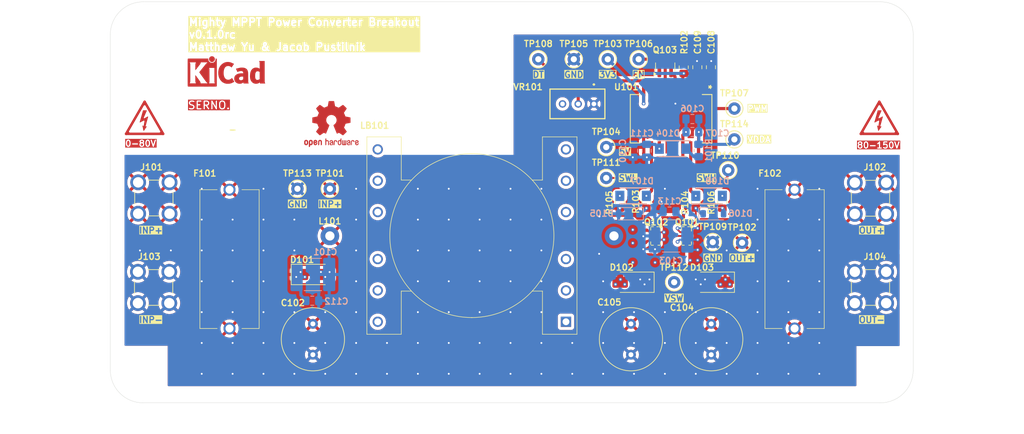
<source format=kicad_pcb>
(kicad_pcb (version 20240108) (generator "pcbnew") (generator_version "8.0")
  (title_block (title "Mighty MPPT Power Converter Breakout") (date "2024-08-27") (rev "v0.1.0rc") (comment 1 "Matthew Yu") (comment 2 "Jacob Pustilnik"))
  (layers (0 "F.Cu" mixed) (1 "In1.Cu" power) (2 "In2.Cu" power) (31 "B.Cu" mixed) (34 "B.Paste" user) (35 "F.Paste" user) (36 "B.SilkS" user "B.Silkscreen") (37 "F.SilkS" user "F.Silkscreen") (38 "B.Mask" user) (39 "F.Mask" user) (44 "Edge.Cuts" user))
  (net 0 "")
  (net 1 "/VOUT")
  (net 2 "/SWL")
  (net 3 "/SWH")
  (net 4 "GND")
  (net 5 "+3V3")
  (net 6 "/VBOOT")
  (net 7 "+5V")
  (net 8 "/VBOOT_inner")
  (net 9 "/CONV_EN")
  (net 10 "/VSW")
  (net 13 "/CONV_PWM")
  (net 16 "/VOB")
  (net 17 "Net-(D107-A)")
  (net 18 "Net-(D108-A)")
  (net 19 "/VOA")
  (net 20 "/DT")
  (net 34 "/VIN_fused")
  (net 35 "Net-(F101-Pad1)")
  (net 36 "Net-(F102-Pad2)")
  (net 37 "/DISABLE")
  (footprint "footprints:ferroxcube_CPV-PQ32_30-1S-12P-Z" (layer "F.Cu") (at 147.18 111.31 90)
    (property "Reference" "LB101")
    (property "Value" "CPV-PQ32/30-1S-12P-Z" (hide yes))
  )
  (footprint "Capacitor_THT:C_Radial_D10.0mm_H16.0mm_P5.00mm" (layer "F.Cu") (at 170.7 111.649999 -90)
    (property "Reference" "C104")
    (property "Value" "18u")
  )
  (footprint "footprints:caltest_ct3151" (layer "F.Cu") (at 80.41 105.75 -90)
    (property "Reference" "J103")
    (property "Value" "CT3151")
  )
  (footprint "Diode_SMD:D_SMA" (layer "F.Cu") (at 157.95 104.9 180)
    (property "Reference" "D102")
    (property "Value" "SMAJ150CA")
  )
  (footprint "TestPoint:TestPoint_Keystone_5000-5004_Miniature" (layer "F.Cu") (at 174.45 81.75)
    (property "Reference" "TP114")
    (property "Value" "TestPoint")
  )
  (footprint "TestPoint:TestPoint_Keystone_5000-5004_Miniature" (layer "F.Cu") (at 174.45 76.75)
    (property "Reference" "TP107")
    (property "Value" "TestPoint")
  )
  (footprint "footprints:littelfuse_65600001009" (layer "F.Cu") (at 92.7 101.15 -90)
    (property "Reference" "F101")
    (property "Value" "Fuse" (hide yes))
  )
  (footprint "Diode_SMD:D_SMA" (layer "F.Cu") (at 106.2 103.65)
    (property "Reference" "D101")
    (property "Value" "150")
  )
  (footprint "MountingHole:MountingHole_5.3mm_M5" (layer "F.Cu") (at 78.7 64.75)
    (property "Reference" "H102" (hide yes))
    (property "Value" "MountingHole")
  )
  (footprint "TestPoint:TestPoint_Keystone_5000-5004_Miniature" (layer "F.Cu") (at 153.7 83)
    (property "Reference" "TP104")
    (property "Value" "TestPoint")
  )
  (footprint "Symbol:Symbol_HighVoltage_Triangle_6x6mm_Copper" (layer "F.Cu") (at 78.95 78.25)
    (property "Reference" "REF**" (hide yes))
    (property "Value" "Symbol_HighVoltage_Triangle_6x6mm_Copper" (hide yes))
  )
  (footprint "Symbol:KiCad-Logo_5mm_Copper" (layer "F.Cu") (at 92.2 71.25)
    (property "Reference" "REF**" (hide yes))
    (property "Value" "KiCad-Logo_5mm_Copper" (hide yes))
  )
  (footprint "footprints:caltest_ct3151" (layer "F.Cu") (at 80.45 91.25 -90)
    (property "Reference" "J101")
    (property "Value" "CT3151")
  )
  (footprint "Diode_SMD:D_SMA" (layer "F.Cu") (at 170.95 104.9 180)
    (property "Reference" "D103")
    (property "Value" "150")
  )
  (footprint "TestPoint:TestPoint_Keystone_5000-5004_Miniature" (layer "F.Cu") (at 103.7 89.75)
    (property "Reference" "TP113")
    (property "Value" "TestPoint")
  )
  (footprint "Resistor_SMD:R_0805_2012Metric_Pad1.20x1.40mm_HandSolder" (layer "F.Cu") (at 168.2 91.9 -90)
    (property "Reference" "R104")
    (property "Value" "0")
  )
  (footprint "Capacitor_SMD:C_0805_2012Metric_Pad1.18x1.45mm_HandSolder" (layer "F.Cu") (at 170.65 70.05 90)
    (property "Reference" "C108")
    (property "Value" "10u")
  )
  (footprint "footprints:epc_EPC2059" (layer "F.Cu") (at 166.7 97.4 -90)
    (property "Reference" "Q101")
    (property "Value" "EPC2059")
  )
  (footprint "MountingHole:MountingHole_5.3mm_M5" (layer "F.Cu") (at 78.7 119.15)
    (property "Reference" "H101" (hide yes))
    (property "Value" "MountingHole")
  )
  (footprint "Symbol:OSHW-Logo2_9.8x8mm_Copper" (layer "F.Cu") (at 109.2 79.25)
    (property "Reference" "REF**" (hide yes))
    (property "Value" "OSHW-Logo2_9.8x8mm_Copper" (hide yes))
  )
  (footprint "TestPoint:TestPoint_Keystone_5000-5004_Miniature" (layer "F.Cu") (at 173.45 86.75 180)
    (property "Reference" "TP110")
    (property "Value" "TestPoint")
  )
  (footprint "Resistor_SMD:R_0805_2012Metric_Pad1.20x1.40mm_HandSolder" (layer "F.Cu") (at 160.2 91.9 -90)
    (property "Reference" "R103")
    (property "Value" "0")
  )
  (footprint "footprints:caltest_ct3151" (layer "F.Cu") (at 196.49 105.75 90)
    (property "Reference" "J104")
    (property "Value" "CT3151")
  )
  (footprint "MountingHole:MountingHole_5.3mm_M5" (layer "F.Cu") (at 198.1 64.75)
    (property "Reference" "H103" (hide yes))
    (property "Value" "MountingHole")
  )
  (footprint "TestPoint:TestPoint_Keystone_5000-5004_Miniature" (layer "F.Cu") (at 164.7 104.9)
    (property "Reference" "TP112")
    (property "Value" "TestPoint")
  )
  (footprint "TestPoint:TestPoint_Keystone_5000-5004_Miniature" (layer "F.Cu") (at 175.7 98.5)
    (property "Reference" "TP102")
    (property "Value" "TestPoint")
  )
  (footprint "Package_TO_SOT_SMD:SOT-23" (layer "F.Cu") (at 163.25 69.9875 90)
    (property "Reference" "Q103")
    (property "Value" "BSS127S")
  )
  (footprint "footprints:littelfuse_65600001009" (layer "F.Cu") (at 184.2 101.15 90)
    (property "Reference" "F102")
    (property "Value" "Fuse" (hide yes))
  )
  (footprint "TestPoint:TestPoint_Keystone_5000-5004_Miniature" (layer "F.Cu") (at 108.95 89.75)
    (property "Reference" "TP101")
    (property "Value" "TestPoint")
  )
  (footprint "Capacitor_THT:C_Radial_D10.0mm_H16.0mm_P5.00mm" (layer "F.Cu") (at 157.7 111.649999 -90)
    (property "Reference" "C105")
    (property "Value" "18u")
  )
  (footprint "TestPoint:TestPoint_Keystone_5000-5004_Miniature" (layer "F.Cu") (at 148.45 68.75)
    (property "Reference" "TP105")
    (property "Value" "TestPoint")
  )
  (footprint "footprints:epc_EPC2059" (layer "F.Cu") (at 161.7 97.4 -90)
    (property "Reference" "Q102")
    (property "Value" "EPC2059")
  )
  (footprint "TestPoint:TestPoint_Keystone_5000-5004_Miniature" (layer "F.Cu") (at 158.95 68.75)
    (property "Reference" "TP106")
    (property "Value" "TestPoint")
  )
  (footprint "Resistor_SMD:R_0805_2012Metric_Pad1.20x1.40mm_HandSolder" (layer "F.Cu") (at 166.25 70.05 90)
    (property "Reference" "R102")
    (property "Value" "10k")
  )
  (footprint "footprints:ad_ADUM4221_1ARIZ" (layer "F.Cu") (at 164.2 78.4 -90)
    (property "Reference" "U101")
    (property "Value" "ADUM4221-1ARIZ")
  )
  (footprint "TestPoint:TestPoint_Keystone_5000-5004_Miniature" (layer "F.Cu") (at 153.95 68.75)
    (property "Reference" "TP103")
    (property "Value" "TestPoint")
  )
  (footprint "footprints:caltest_ct3151" (layer "F.Cu") (at 196.49 91.29 90)
    (property "Reference" "J102")
    (property "Value" "CT3151")
  )
  (footprint "TestPoint:TestPoint_Keystone_5000-5004_Miniature" (layer "F.Cu") (at 153.7 88)
    (property "Reference" "TP111")
    (property "Value" "TestPoint")
  )
  (footprint "Resistor_SMD:R_0805_2012Metric_Pad1.20x1.40mm_HandSolder" (layer "F.Cu") (at 172.5 91.9 -90)
    (property "Reference" "R106")
    (property "Value" "0")
  )
  (footprint "TestPoint:TestPoint_Keystone_5000-5004_Miniature" (layer "F.Cu") (at 142.7 68.75)
    (property "Reference" "TP108")
    (property "Value" "TestPoint")
  )
  (footprint "footprints:ferroxcube_PQ32_30_3C97_wire" (layer "F.Cu") (at 108.95 97.4)
    (property "Reference" "L101")
    (property "Value" "L_Ferrite")
  )
  (footprint "Capacitor_SMD:C_0805_2012Metric_Pad1.18x1.45mm_HandSolder" (layer "F.Cu") (at 168.45 70.05 90)
    (property "Reference" "C109")
    (property "Value" "100n")
  )
  (footprint "Capacitor_THT:C_Radial_D10.0mm_H16.0mm_P5.00mm" (layer "F.Cu") (at 106.2 111.65 -90)
    (property "Reference" "C102")
    (property "Value" "18u")
  )
  (footprint "MountingHole:MountingHole_5.3mm_M5" (layer "F.Cu") (at 198.1 119.15)
    (property "Reference" "H104" (hide yes))
    (property "Value" "MountingHole")
  )
  (footprint "Resistor_SMD:R_0805_2012Metric_Pad1.20x1.40mm_HandSolder" (layer "F.Cu") (at 155.9 91.9 -90)
    (property "Reference" "R105")
    (property "Value" "0")
  )
  (footprint "TestPoint:TestPoint_Keystone_5000-5004_Miniature" (layer "F.Cu") (at 170.95 98.4)
    (property "Reference" "TP109")
    (property "Value" "TestPoint")
  )
  (footprint "Symbol:Symbol_HighVoltage_Triangle_6x6mm_Copper" (layer "F.Cu") (at 197.919017 78.25)
    (property "Reference" "REF**" (hide yes))
    (property "Value" "Symbol_HighVoltage_Triangle_6x6mm_Copper" (hide yes))
  )
  (footprint "footprints:bourns_PV36W201C01B00" (layer "F.Cu") (at 151.7 76 90)
    (property "Reference" "VR101")
    (property "Value" "PV36W104C01B00" (hide yes))
  )
  (footprint "footprints:stm_STPS1170AF" (layer "B.Cu") (at 164.45 83.25 180)
    (property "Reference" "D104")
    (property "Value" "0.55" (hide yes))
  )
  (footprint "footprints:stm_STPS1170AF" (layer "B.Cu") (at 158.05 90.9 180)
    (property "Reference" "D107")
    (property "Value" "0.55" (hide yes))
  )
  (footprint "Diode_SMD:D_SOD-123" (layer "B.Cu") (at 171.05 93.8)
    (property "Reference" "D106")
    (property "Value" "5.1")
  )
  (footprint "Capacitor_SMD:C_0805_2012Metric_Pad1.18x1.45mm_HandSolder" (layer "B.Cu") (at 163.95 93.45 180)
    (property "Reference" "C113")
    (property "Value" "100n")
  )
  (footprint "footprints:stm_STPS1170AF" (layer "B.Cu") (at 170.35 90.9)
    (property "Reference" "D108")
    (property "Value" "0.55" (hide yes))
  )
  (footprint "Diode_SMD:D_SOD-123" (layer "B.Cu") (at 157.35 93.8 180)
    (property "Reference" "D105")
    (property "Value" "5.1")
  )
  (footprint "Capacitor_SMD:C_0805_2012Metric_Pad1.18x1.45mm_HandSolder" (layer "B.Cu") (at 167.65 80.55 180)
    (property "Reference" "C107")
    (property "Value" "100n")
  )
  (footprint "Resistor_SMD:R_0805_2012Metric_Pad1.20x1.40mm_HandSolder" (layer "B.Cu") (at 168.65 83.55 90)
    (property "Reference" "R101")
    (property "Value" "1.5")
  )
  (footprint "Capacitor_SMD:C_0805_2012Metric_Pad1.18x1.45mm_HandSolder" (layer "B.Cu") (at 158.05 83.5875 -90)
    (property "Reference" "C110")
    (property "Value" "10u")
  )
  (footprint "Capacitor_SMD:C_0805_2012Metric_Pad1.18x1.45mm_HandSolder" (layer "B.Cu") (at 167.65 78.45 180)
    (property "Reference" "C106")
    (property "Value" "10u")
  )
  (footprint "Capacitor_SMD:C_0805_2012Metric_Pad1.18x1.45mm_HandSolder" (layer "B.Cu") (at 106.1 107.9 180)
    (property "Reference" "C112")
    (property "Value" "100n")
  )
  (footprint "Capacitor_SMD:C_2220_5750Metric_Pad1.97x5.40mm_HandSolder" (layer "B.Cu") (at 106.2 103.65)
    (property "Reference" "C101")
    (property "Value" "2.2u")
  )
  (footprint "Capacitor_SMD:C_0805_2012Metric_Pad1.18x1.45mm_HandSolder" (layer "B.Cu") (at 160.25 83.5875 -90)
    (property "Reference" "C111")
    (property "Value" "100n")
  )
  (footprint "Capacitor_SMD:C_2220_5750Metric_Pad1.97x5.40mm_HandSolder" (layer "B.Cu") (at 164.2 97.4 180)
    (property "Reference" "C103")
    (property "Value" "2.2u")
  )
  (gr_line (start 203.4 119.15) (end 203.4 64.75) (stroke (width 0.05)) (layer "Edge.Cuts"))
  (gr_line (start 73.4 64.75) (end 73.4 119.15) (stroke (width 0.05)) (layer "Edge.Cuts"))
  (gr_arc (start 73.4 64.75) (mid 74.952334 61.002334) (end 78.7 59.45) (stroke (width 0.05)) (layer "Edge.Cuts"))
  (gr_arc (start 198.1 59.45) (mid 201.847666 61.002334) (end 203.4 64.75) (stroke (width 0.05)) (layer "Edge.Cuts"))
  (gr_line (start 198.1 124.45) (end 78.7 124.45) (stroke (width 0.05)) (layer "Edge.Cuts"))
  (gr_arc (start 203.4 119.15) (mid 201.847666 122.897666) (end 198.1 124.45) (stroke (width 0.05)) (layer "Edge.Cuts"))
  (gr_arc (start 78.7 124.45) (mid 74.952334 122.897666) (end 73.4 119.15) (stroke (width 0.05)) (layer "Edge.Cuts"))
  (gr_line (start 78.7 59.45) (end 198.1 59.45) (stroke (width 0.05)) (layer "Edge.Cuts"))
  (gr_text "SERNO." (at 85.85 76.95 0) (layer "F.Cu" knockout) (effects (font (size 1.25 1.25) (thickness 0.2) (bold yes)) (justify left bottom)))
  (gr_text "0-80V" (at 75.7 83 0) (layer "F.Cu" knockout) (effects (font (size 1 1) (thickness 0.2) (bold yes)) (justify left bottom)))
  (gr_text "80-150V" (at 194.2 83.287378 0) (layer "F.Cu" knockout) (effects (font (size 1 1) (thickness 0.2) (bold yes)) (justify left bottom)))
  (gr_text "INP+" (at 108.95 92.25 0) (layer "F.SilkS" knockout) (effects (font (size 1 1) (thickness 0.2))))
  (gr_text "EN" (at 158.95 71.25 0) (layer "F.SilkS" knockout) (effects (font (size 1 1) (thickness 0.2))))
  (gr_text "SWH" (at 169.95 88 0) (layer "F.SilkS" knockout) (effects (font (size 1 1) (thickness 0.2))))
  (gr_text "DT" (at 142.7 71.25 0) (layer "F.SilkS" knockout) (effects (font (size 1 1) (thickness 0.2))))
  (gr_text "INP+" (at 79.95 96.5 0) (layer "F.SilkS" knockout) (effects (font (size 1 1) (thickness 0.2) (bold yes))))
  (gr_text "VDDA" (at 178.45 81.75 0) (layer "F.SilkS" knockout) (effects (font (size 1 1) (thickness 0.2))))
  (gr_text "Mighty MPPT Power Converter Breakout \nv0.1.0rc\nMatthew Yu & Jacob Pustilnik" (at 85.95 64.75 0) (layer "F.SilkS" knockout) (effects (font (size 1.25 1.25) (thickness 0.3) (bold yes)) (justify left)))
  (gr_text "5V" (at 156.7 83.75 0) (layer "F.SilkS" knockout) (effects (font (size 1 1) (thickness 0.2))))
  (gr_text "INP-" (at 79.95 111 0) (layer "F.SilkS" knockout) (effects (font (size 1 1) (thickness 0.2) (bold yes))))
  (gr_text "GND" (at 103.7 92.25 0) (layer "F.SilkS" knockout) (effects (font (size 1 1) (thickness 0.2))))
  (gr_text "VSW" (at 164.7 107.5 0) (layer "F.SilkS" knockout) (effects (font (size 1 1) (thickness 0.2))))
  (gr_text "SWL" (at 157.2 88 0) (layer "F.SilkS" knockout) (effects (font (size 1 1) (thickness 0.2))))
  (gr_text "-" (at 92.45 80.75 0) (layer "F.SilkS") (effects (font (size 1 1) (thickness 0.2) (bold yes)) (justify left bottom)))
  (gr_text "GND" (at 170.95 101 0) (layer "F.SilkS" knockout) (effects (font (size 1 1) (thickness 0.2))))
  (gr_text "3V3" (at 153.95 71.25 0) (layer "F.SilkS" knockout) (effects (font (size 1 1) (thickness 0.2))))
  (gr_text "*" (at 170.2 73.25 -90) (layer "F.SilkS") (effects (font (size 1 1) (thickness 0.2))))
  (gr_text "GND" (at 148.45 71.25 0) (layer "F.SilkS" knockout) (effects (font (size 1 1) (thickness 0.2))))
  (gr_text "OUT+" (at 175.7 101 0) (layer "F.SilkS" knockout) (effects (font (size 1 1) (thickness 0.2))))
  (gr_text "OUT+" (at 196.7 96.5 0) (layer "F.SilkS" knockout) (effects (font (size 1 1) (thickness 0.2) (bold yes))))
  (gr_text "OUT-" (at 196.7 111 0) (layer "F.SilkS" knockout) (effects (font (size 1 1) (thickness 0.2) (bold yes))))
  (gr_text "PWM" (at 178.2 76.75 0) (layer "F.SilkS" knockout) (effects (font (size 1 1) (thickness 0.2))))
  (segment (start 168.5 96.15) (end 167.85 96.8) (width 0.3) (layer "F.Cu") (net 1))
  (segment (start 168.5 96.15) (end 168.5 99.65) (width 0.3) (layer "F.Cu") (net 1))
  (segment (start 165.6 98) (end 165.25 98.35) (width 0.3) (layer "F.Cu") (net 1))
  (segment (start 167.85 96.8) (end 166.7 96.8) (width 0.3) (layer "F.Cu") (net 1))
  (segment (start 165.25 96.35) (end 165.7 96.8) (width 0.3) (layer "F.Cu") (net 1))
  (segment (start 165.25 96.15) (end 165.25 96.35) (width 0.3) (layer "F.Cu") (net 1))
  (segment (start 165.7 96.8) (end 166.7 96.8) (width 0.3) (layer "F.Cu") (net 1))
  (segment (start 166.7 98) (end 165.6 98) (width 0.3) (layer "F.Cu") (net 1))
  (segment (start 166.7 98) (end 167.85 98) (width 0.3) (layer "F.Cu") (net 1))
  (via (at 168.5 98) (size 0.6) (drill 0.3) (layers "F.Cu" "B.Cu") (net 1))
  (via (at 172.2 105.25) (size 0.6) (drill 0.3) (layers "F.Cu" "B.Cu") (net 1))
  (via (at 167.3 101.35) (size 0.6) (drill 0.3) (layers "F.Cu" "B.Cu") (net 1))
  (via (at 173 104.45) (size 0.6) (drill 0.3) (layers "F.Cu" "B.Cu") (net 1))
  (via (at 168.5 96.15) (size 0.6) (drill 0.3) (layers "F.Cu" "B.Cu") (net 1))
  (via (at 165.25 96.15) (size 0.6) (drill 0.3) (layers "F.Cu" "B.Cu") (net 1))
  (via (at 168.5 101.35) (size 0.6) (drill 0.3) (layers "F.Cu" "B.Cu") (net 1))
  (via (at 165.25 98.35) (size 0.6) (drill 0.3) (layers "F.Cu" "B.Cu") (net 1))
  (via (at 173.7 105.25) (size 0.6) (drill 0.3) (layers "F.Cu" "B.Cu") (net 1))
  (via (at 168.5 99.65) (size 0.6) (drill 0.3) (layers "F.Cu" "B.Cu") (net 1))
  (segment (start 168.5 99.65) (end 166.8375 99.65) (width 0.3) (layer "B.Cu") (net 1))
  (segment (start 165.25 96.15) (end 168.5 96.15) (width 0.3) (layer "B.Cu") (net 1))
  (segment (start 166.8375 95.3875) (end 166.8375 97.4) (width 0.5) (layer "B.Cu") (net 1))
  (segment (start 165.6 98) (end 168.5 98) (width 0.3) (layer "B.Cu") (net 1))
  (segment (start 167.1 96.15) (end 168.5 96.15) (width 0.3) (layer "B.Cu") (net 1))
  (segment (start 165.25 98.35) (end 165.6 98) (width 0.3) (layer "B.Cu") (net 1))
  (segment (start 164.9 93.45) (end 166.8375 95.3875) (width 0.5) (layer "B.Cu") (net 1))
  (segment (start 166.8375 99.65) (end 166.8375 97.4) (width 0.3) (layer "B.Cu") (net 1))
  (segment (start 160.2 92.9) (end 155.3 88) (width 0.3) (layer "F.Cu") (net 2))
  (segment (start 155.3 88) (end 153.7 88) (width 0.3) (layer "F.Cu") (net 2))
  (segment (start 160.2 92.9) (end 162.0875 94.7875) (width 0.3) (layer "F.Cu") (net 2))
  (segment (start 162.0875 94.7875) (end 162.0875 96.2) (width 0.3) (layer "F.Cu") (net 2))
  (via (at 160.2 92.9) (size 0.6) (drill 0.3) (layers "F.Cu" "B.Cu") (net 2))
  (segment (start 159 93.8) (end 159.3 93.8) (width 0.5) (layer "B.Cu") (net 2))
  (segment (start 159.3 93.8) (end 160.2 92.9) (width 0.5) (layer "B.Cu") (net 2))
  (segment (start 168.2 95.0875) (end 167.0875 96.2) (width 0.3) (layer "F.Cu") (net 3))
  (segment (start 173.45 86.75) (end 173.45 87.65) (width 0.3) (layer "F.Cu") (net 3))
  (segment (start 173.45 87.65) (end 168.2 92.9) (width 0.3) (layer "F.Cu") (net 3))
  (segment (start 168.2 92.9) (end 168.2 95.0875) (width 0.3) (layer "F.Cu") (net 3))
  (via (at 168.2 92.9) (size 0.6) (drill 0.3) (layers "F.Cu" "B.Cu") (net 3))
  (segment (start 169.4 93.8) (end 169.1 93.8) (width 0.5) (layer "B.Cu") (net 3))
  (segment (start 169.1 93.8) (end 168.2 92.9) (width 0.5) (layer "B.Cu") (net 3))
  (segment (start 161.3125 95.3625) (end 161.2 95.25) (width 0.3) (layer "F.Cu") (net 4))
  (segment (start 159.75 97.4) (end 159.7 97.45) (width 0.3) (layer "F.Cu") (net 4))
  (segment (start 159.755 83.0355) (end 159.755 84.695) (width 0.5) (layer "F.Cu") (net 4))
  (segment (start 161.7 98.6) (end 161.7 98.8) (width 0.3) (layer "F.Cu") (net 4))
  (segment (start 159.755 84.695) (end 159.7 84.75) (width 0.5) (layer "F.Cu") (net 4))
  (segment (start 161.15 98.6) (end 160.2 99.55) (width 0.3) (layer "F.Cu") (net 4))
  (segment (start 162 98.6) (end 161.7 98.6) (width 0.3) (layer "F.Cu") (net 4))
  (segment (start 164.2 70.925) (end 164.835 71.56) (width 0.5) (layer "F.Cu") (net 4))
  (segment (start 160.2 99.55) (end 159.7 99.55) (width 0.3) (layer "F.Cu") (net 4))
  (segment (start 160.5 99.55) (end 161.05 99.55) (width 0.3) (layer "F.Cu") (net 4))
  (segment (start 161.3125 96.2) (end 161.3125 95.3625) (width 0.3) (layer "F.Cu") (net 4))
  (segment (start 161.7 99.45) (end 161.6 99.55) (width 0.3) (layer "F.Cu") (net 4))
  (segment (start 159.7 99.55) (end 160.5 99.55) (width 0.3) (layer "F.Cu") (net 4))
  (segment (start 164.835 71.56) (end 164.835 73.7645) (width 0.5) (layer "F.Cu") (net 4))
  (segment (start 161.7 97.4) (end 159.75 97.4) (width 0.3) (layer "F.Cu") (net 4))
  (segment (start 161.7 98.8) (end 161.7 99.45) (width 0.3) (layer "F.Cu") (net 4))
  (segment (start 164.835 75.885) (end 164.9 75.95) (width 0.5) (layer "F.Cu") (net 4))
  (segment (start 159.7 99.55) (end 161.6 99.55) (width 0.3) (layer "F.Cu") (net 4))
  (segment (start 161.05 99.55) (end 162 98.6) (width 0.3) (layer "F.Cu") (net 4))
  (segment (start 160.5 99.55) (end 161.25 98.8) (width 0.3) (layer "F.Cu") (net 4))
  (segment (start 164.835 73.7645) (end 164.835 75.885) (width 0.5) (layer "F.Cu") (net 4))
  (segment (start 161.25 98.8) (end 161.7 98.8) (width 0.3) (layer "F.Cu") (net 4))
  (segment (start 161.7 98.6) (end 161.15 98.6) (width 0.3) (layer "F.Cu") (net 4))
  (via (at 158 84.65) (size 0.6) (drill 0.3) (layers "F.Cu" "B.Cu") (net 4))
  (via (at 88.2 89.75) (size 0.6) (drill 0.3) (layers "F.Cu" "B.Cu") (net 4))
  (via (at 159.7 99.55) (size 0.6) (drill 0.3) (layers "F.Cu" "B.Cu") (net 4))
  (via (at 143.2 89.75) (size 0.6) (drill 0.3) (layers "F.Cu" "B.Cu") (net 4))
  (via (at 98.2 109.75) (size 0.6) (drill 0.3) (layers "F.Cu" "B.Cu") (net 4))
  (via (at 103.2 114.75) (size 0.6) (drill 0.3) (layers "F.Cu" "B.Cu") (net 4))
  (via (at 128.2 94.75) (size 0.6) (drill 0.3) (layers "F.Cu" "B.Cu") (net 4))
  (via (at 93.2 99.75) (size 0.6) (drill 0.3) (layers "F.Cu" "B.Cu") (net 4))
  (via (at 158.2 119.75) (size 0.6) (drill 0.3) (layers "F.Cu" "B.Cu") (net 4))
  (via (at 113.2 119.75) (size 0.6) (drill 0.3) (layers "F.Cu" "B.Cu") (net 4))
  (via (at 143.2 99.75) (size 0.6) (drill 0.3) (layers "F.Cu" "B.Cu") (net 4))
  (via (at 178.2 104.75) (size 0.6) (drill 0.3) (layers "F.Cu" "B.Cu") (net 4))
  (via (at 148.2 119.75) (size 0.6) (drill 0.3) (layers "F.Cu" "B.Cu") (net 4))
  (via (at 128.2 109.75) (size 0.6) (drill 0.3) (layers "F.Cu" "B.Cu") (net 4))
  (via (at 123.2 89.75) (size 0.6) (drill 0.3) (layers "F.Cu" "B.Cu") (net 4))
  (via (at 158.2 114.75) (size 0.6) (drill 0.3) (layers "F.Cu" "B.Cu") (net 4))
  (via (at 123.2 104.75) (size 0.6) (drill 0.3) (layers "F.Cu" "B.Cu") (net 4))
  (via (at 153.2 109.75) (size 0.6) (drill 0.3) (layers "F.Cu" "B.Cu") (net 4))
  (via (at 108.9 103.25) (size 0.6) (drill 0.3) (layers "F.Cu" "B.Cu") (net 4))
  (via (at 173.2 109.75) (size 0.6) (drill 0.3) (layers "F.Cu" "B.Cu") (net 4))
  (via (at 133.2 99.75) (size 0.6) (drill 0.3) (layers "F.Cu" "B.Cu") (net 4))
  (via (at 188.2 89.75) (size 0.6) (drill 0.3) (layers "F.Cu" "B.Cu") (net 4))
  (via (at 88.2 94.75) (size 0.6) (drill 0.3) (layers "F.Cu" "B.Cu") (net 4))
  (via (at 159.7 97.45) (size 0.6) (drill 0.3) (layers "F.Cu" "B.Cu") (net 4))
  (via (at 168.2 109.75) (size 0.6) (drill 0.3) (layers "F.Cu" "B.Cu") (net 4))
  (via (at 123.2 99.75) (size 0.6) (drill 0.3) (layers "F.Cu" "B.Cu") (net 4))
  (via (at 118.2 114.75) (size 0.6) (drill 0.3) (layers "F.Cu" "B.Cu") (net 4))
  (via (at 103.2 94.75) (size 0.6) (drill 0.3) (layers "F.Cu" "B.Cu") (net 4))
  (via (at 153.2 104.75) (size 0.6) (drill 0.3) (layers "F.Cu" "B.Cu") (net 4))
  (via (at 88.2 99.75) (size 0.6) (drill 0.3) (layers "F.Cu" "B.Cu") (net 4))
  (via (at 160.7 104.45) (size 0.6) (drill 0.3) (layers "F.Cu" "B.Cu") (net 4))
  (via (at 103.2 99.75) (size 0.6) (drill 0.3) (layers "F.Cu" "B.Cu") (net 4))
  (via (at 183.2 94.75) (size 0.6) (drill 0.3) (layers "F.Cu" "B.Cu") (net 4))
  (via (at 113.2 104.75) (size 0.6) (drill 0.3) (layers "F.Cu" "B.Cu") (net 4))
  (via (at 183.2 109.75) (size 0.6) (drill 0.3) (layers "F.Cu" "B.Cu") (net 4))
  (via (at 123.2 119.75) (size 0.6) (drill 0.3) (layers "F.Cu" "B.Cu") (net 4))
  (via (at 138.2 119.75) (size 0.6) (drill 0.3) (layers "F.Cu" "B.Cu") (net 4))
  (via (at 148.2 114.75) (size 0.6) (drill 0.3) (layers "F.Cu" "B.Cu") (net 4))
  (via (at 113.2 89.75) (size 0.6) (drill 0.3) (layers "F.Cu" "B.Cu") (net 4))
  (via (at 138.2 89.75) (size 0.6) (drill 0.3) (layers "F.Cu" "B.Cu") (net 4))
  (via (at 163.2 119.75) (size 0.6) (drill 0.3) (layers "F.Cu" "B.Cu") (net 4))
  (via (at 128.2 114.75) (size 0.6) (drill 0.3) (layers "F.Cu" "B.Cu") (net 4))
  (via (at 173.2 119.75) (size 0.6) (drill 0.3) (layers "F.Cu" "B.Cu") (net 4))
  (via (at 108.2 119.75) (size 0.6) (drill 0.3) (layers "F.Cu" "B.Cu") (net 4))
  (via (at 138.2 104.75) (size 0.6) (drill 0.3) (layers "F.Cu" "B.Cu") (net 4))
  (via (at 133.2 109.75) (size 0.6) (drill 0.3) (layers "F.Cu" "B.Cu") (net 4))
  (via (at 133.2 104.75) (size 0.6) (drill 0.3) (layers "F.Cu" "B.Cu") (net 4))
  (via (at 153.2 119.75) (size 0.6) (drill 0.3) (layers "F.Cu" "B.Cu") (net 4))
  (via (at 88.2 109.75) (size 0.6) (drill 0.3) (layers "F.Cu" "B.Cu") (net 4))
  (via (at 123.2 109.75) (size 0.6) (drill 0.3) (layers "F.Cu" "B.Cu") (net 4))
  (via (at 133.2 89.75) (size 0.6) (drill 0.3) (layers "F.Cu" "B.Cu") (net 4))
  (via (at 93.2 109.75) (size 0.6) (drill 0.3) (layers "F.Cu" "B.Cu") (net 4))
  (via (at 159.7 95.25) (size 0.6) (drill 0.3) (layers "F.Cu" "B.Cu") (net 4))
  (via (at 163.2 89.75) (size 0.6) (drill 0.3) (layers "F.Cu" "B.Cu") (net 4))
  (via (at 163.2 109.75) (size 0.6) (drill 0.3) (layers "F.Cu" "B.Cu") (net 4))
  (via (at 178.2 109.75) (size 0.6) (drill 0.3) (layers "F.Cu" "B.Cu") (net 4))
  (via (at 83.2 99.75) (size 0.6) (drill 0.3) (layers "F.Cu" "B.Cu") (net 4))
  (via (at 168.4 69.05) (size 0.6) (drill 0.3) (layers "F.Cu" "B.Cu") (net 4))
  (via (at 183.2 119.75) (size 0.6) (drill 0.3) (layers "F.Cu" "B.Cu") (net 4))
  (via (at 107.5 103.25) (size 0.6) (drill 0.3) (layers "F.Cu" "B.Cu") (net 4))
  (via (at 169 105.25) (size 0.6) (drill 0.3) (layers "F.Cu" "B.Cu") (net 4))
  (via (at 158.2 109.75) (size 0.6) (drill 0.3) (layers "F.Cu" "B.Cu") (net 4))
  (via (at 183.2 99.75) (size 0.6) (drill 0.3) (layers "F.Cu" "B.Cu") (net 4))
  (via (at 173.2 114.75) (size 0.6) (drill 0.3) (layers "F.Cu" "B.Cu") (net 4))
  (via (at 98.2 89.75) (size 0.6) (drill 0.3) (layers "F.Cu" "B.Cu") (net 4))
  (via (at 133.2 114.75) (size 0.6) (drill 0.3) (layers "F.Cu" "B.Cu") (net 4))
  (via (at 93.2 119.75) (size 0.6) (drill 0.3) (layers "F.Cu" "B.Cu") (net 4))
  (via (at 143.2 109.75) (size 0.6) (drill 0.3) (layers "F.Cu" "B.Cu") (net 4))
  (via (at 188.2 104.75) (size 0.6) (drill 0.3) (layers "F.Cu" "B.Cu") (net 4))
  (via (at 133.2 119.75) (size 0.6) (drill 0.3) (layers "F.Cu" "B.Cu") (net 4))
  (via (at 168.2 119.75) (size 0.6) (drill 0.3) (layers "F.Cu" "B.Cu") (net 4))
  (via (at 173.2 99.75) (size 0.6) (drill 0.3) (layers "F.Cu" "B.Cu") (net 4))
  (via (at 138.2 99.75) (size 0.6) (drill 0.3) (layers "F.Cu" "B.Cu") (net 4))
  (via (at 178.2 119.75) (size 0.6) (drill 0.3) (layers "F.Cu" "B.Cu") (net 4))
  (via (at 78.2 99.75) (size 0.6) (drill 0.3) (layers "F.Cu" "B.Cu") (net 4))
  (via (at 133.2 94.75) (size 0.6) (drill 0.3) (layers "F.Cu" "B.Cu") (net 4))
  (via (at 152.6 94.25) (size 0.6) (drill 0.3) (layers "F.Cu" "B.Cu") (net 4))
  (via (at 123.2 94.75) (size 0.6) (drill 0.3) (layers "F.Cu" "B.Cu") (net 4))
  (via (at 162.65 91.85) (size 0.6) (drill 0.3) (layers "F.Cu" "B.Cu") (net 4))
  (via (at 188.2 109.75) (size 0.6) (drill 0.3) (layers "F.Cu" "B.Cu") (net 4))
  (via (at 163.2 114.75) (size 0.6) (drill 0.3) (layers "F.Cu" "B.Cu") (net 4))
  (via (at 169.7 104.45) (size 0.6) (drill 0.3) (layers "F.Cu" "B.Cu") (net 4))
  (via (at 170.7 69.05) (size 0.6) (drill 0.3) (layers "F.Cu" "B.Cu") (net 4))
  (via (at 98.2 119.75) (size 0.6) (drill 0.3) (layers "F.Cu" "B.Cu") (net 4))
  (via (at 98.2 94.75) (size 0.6) (drill 0.3) (layers "F.Cu" "B.Cu") (net 4))
  (via (at 93.2 104.75) (size 0.6) (drill 0.3) (layers "F.Cu" "B.Cu") (net 4))
  (via (at 143.2 104.75) (size 0.6) (drill 0.3) (layers "F.Cu" "B.Cu") (net 4))
  (via (at 178.2 114.75) (size 0.6) (drill 0.3) (layers "F.Cu" "B.Cu") (net 4))
  (via (at 178.2 99.75) (size 0.6) (drill 0.3) (layers "F.Cu" "B.Cu") (net 4))
  (via (at 88.2 104.75) (size 0.6) (drill 0.3) (layers "F.Cu" "B.Cu") (net 4))
  (via (at 128.2 99.75) (size 0.6) (drill 0.3) (layers "F.Cu" "B.Cu") (net 4))
  (via (at 188.2 99.75) (size 0.6) (drill 0.3) (layers "F.Cu" "B.Cu") (net 4))
  (via (at 128.2 119.75) (size 0.6) (drill 0.3) (layers "F.Cu" "B.Cu") (net 4))
  (via (at 128.2 104.75) (size 0.6) (drill 0.3) (layers "F.Cu" "B.Cu") (net 4))
  (via (at 159.2 104.45) (size 0.6) (drill 0.3) (layers "F.Cu" "B.Cu") (net 4))
  (via (at 108.2 109.75) (size 0.6) (drill 0.3) (layers "F.Cu" "B.Cu") (net 4))
  (via (at 98.2 104.75) (size 0.6) (drill 0.3) (layers "F.Cu" "B.Cu") (net 4))
  (via (at 188.2 119.75) (size 0.6) (drill 0.3) (layers "F.Cu" "B.Cu") (net 4))
  (via (at 155.9 92.9) (size 0.6) (drill 0.3) (layers "F.Cu" "B.Cu") (net 4))
  (via (at 138.2 94.75) (size 0.6) (drill 0.3) (layers "F.Cu" "B.Cu") (net 4))
  (via (at 183.2 114.75) (size 0.6) (drill 0.3) (layers "F.Cu" "B.Cu") (net 4))
  (via (at 161.6 99.55) (size 0.6) (drill 0.3) (layers "F.Cu" "B.Cu") (net 4))
  (via (at 183.2 104.75) (size 0.6) (drill 0.3) (layers "F.Cu" "B.Cu") (net 4))
  (via (at 159.9 105.25) (size 0.6) (drill 0.3) (layers "F.Cu" "B.Cu") (net 4))
  (via (at 108.2 104.05) (size 0.6) (drill 0.3) (layers "F.Cu" "B.Cu") (net 4))
  (via (at 143.2 114.75) (size 0.6) (drill 0.3) (layers "F.Cu" "B.Cu") (net 4))
  (via (at 103.2 119.75) (size 0.6) (drill 0.3) (layers "F.Cu" "B.Cu") (net 4))
  (via (at 168.2 114.75) (size 0.6) (drill 0.3) (layers "F.Cu" "B.Cu") (net 4))
  (via (at 128.2 89.75) (size 0.6) (drill 0.3) (layers "F.Cu" "B.Cu") (net 4))
  (via (at 178.2 94.75) (size 0.6) (drill 0.3) (layers "F.Cu" "B.Cu") (net 4))
  (via (at 98.2 99.75) (size 0.6) (drill 0.3) (layers "F.Cu" "B.Cu") (net 4))
  (via (at 161.2 95.25) (size 0.6) (drill 0.3) (layers "F.Cu" "B.Cu") (net 4))
  (via (at 93.2 94.75) (size 0.6) (drill 0.3) (layers "F.Cu" "B.Cu") (net 4))
  (via (at 98.2 114.75) (size 0.6) (drill 0.3) (layers "F.Cu" "B.Cu") (net 4))
  (via (at 143.2 119.75) (size 0.6) (drill 0.3) (layers "F.Cu" "B.Cu") (net 4))
  (via (at 168.2 104.45) (size 0.6) (drill 0.3) (layers "F.Cu" "B.Cu") (net 4))
  (via (at 178.2 89.75) (size 0.6) (drill 0.3) (layers "F.Cu" "B.Cu") (net 4))
  (via (at 93.2 114.75) (size 0.6) (drill 0.3) (layers "F.Cu" "B.Cu") (net 4))
  (via (at 88.2 114.75) (size 0.6) (drill 0.3) (layers "F.Cu" "B.Cu") (net 4))
  (via (at 123.2 114.75) (size 0.6) (drill 0.3) (layers "F.Cu" "B.Cu") (net 4))
  (via (at 113.2 99.75) (size 0.6) (drill 0.3) (layers "F.Cu" "B.Cu") (net 4))
  (via (at 152.55 100.3) (size 0.6) (drill 0.3) (layers "F.Cu" "B.Cu") (net 4))
  (via (at 138.2 109.75) (size 0.6) (drill 0.3) (layers "F.Cu" "B.Cu") (net 4))
  (via (at 113.2 114.75) (size 0.6) (drill 0.3) (layers "F.Cu" "B.Cu") (net 4))
  (via (at 143.2 94.75) (size 0.6) (drill 0.3) (layers "F.Cu" "B.Cu") (net 4))
  (via (at 160.275 84.65) (size 0.6) (drill 0.3) (layers "F.Cu" "B.Cu") (net 4))
  (via (at 113.2 109.75) (size 0.6) (drill 0.3) (layers "F.Cu" "B.Cu") (net 4))
  (via (at 188.2 94.75) (size 0.6) (drill 0.3) (layers "F.Cu" "B.Cu") (net 4))
  (via (at 108.2 114.75) (size 0.6) (drill 0.3) (layers "F.Cu" "B.Cu") (net 4))
  (via (at 103.2 109.75) (size 0.6) (drill 0.3) (layers "F.Cu" "B.Cu") (net 4))
  (via (at 164.9 75.95) (size 0.6) (drill 0.3) (layers "F.Cu" "B.Cu") (net 4))
  (via (at 153.2 114.75) (size 0.6) (drill 0.3) (layers "F.Cu" "B.Cu") (net 4))
  (via (at 88.2 119.75) (size 0.6) (drill 0.3) (layers "F.Cu" "B.Cu") (net 4))
  (via (at 118.2 119.75) (size 0.6) (drill 0.3) (layers "F.Cu" "B.Cu") (net 4))
  (via (at 138.2 114.75) (size 0.6) (drill 0.3) (layers "F.Cu" "B.Cu") (net 4))
  (via (at 113.2 94.75) (size 0.6) (drill 0.3) (layers "F.Cu" "B.Cu") (net 4))
  (via (at 188.2 114.75) (size 0.6) (drill 0.3) (layers "F.Cu" "B.Cu") (net 4))
  (segment (start 162.65 91.85) (end 162.65 93.8) (width 0.3) (layer "B.Cu") (net 4))
  (segment (start 161.2 95.25) (end 159.7 95.25) (width 0.3) (layer "B.Cu") (net 4))
  (segment (start 162.65 93.8) (end 161.2 95.25) (width 0.3) (layer "B.Cu") (net 4))
  (segment (start 155.7 93.8) (end 155.7 93.1) (width 0.5) (layer "B.Cu") (net 4))
  (segment (start 155.7 93.1) (end 155.9 92.9) (width 0.5) (layer "B.Cu") (net 4))
  (segment (start 107.5 103.25) (end 108.4375 103.25) (width 0.5) (layer "B.Cu") (net 4))
  (segment (start 163.3 99.55) (end 159.7 99.55) (width 0.3) (layer "B.Cu") (net 4))
  (segment (start 159.7 97.45) (end 161.5125 97.45) (width 0.3) (layer "B.Cu") (net 4))
  (segment (start 159.755 75.945) (end 159.755 73.7645) (width 0.5) (layer "F.Cu") (net 5))
  (segment (start 166.105 73.7645) (end 166.105 71.195) (width 0.5) (layer "F.Cu") (net 5))
  (segment (start 170.65 71.0875) (end 166.2875 71.0875) (width 0.5) (layer "F.Cu") (net 5))
  (via (at 166.25 71.05) (size 0.6) (drill 0.3) (layers "F.Cu" "B.Cu") (net 5))
  (via (at 159.755 75.945) (size 0.6) (drill 0.3) (layers "F.Cu" "B.Cu") (net 5))
  (segment (start 159.75 75.95) (end 159.75 74.55) (width 0.5) (layer "B.Cu") (net 5))
  (segment (start 159.45 71.05) (end 157.85 72.65) (width 0.5) (layer "B.Cu") (net 5))
  (segment (start 157.85 72.65) (end 156.25 71.05) (width 0.5) (layer "B.Cu") (net 5))
  (segment (start 159.75 74.55) (end 157.85 72.65) (width 0.5) (layer "B.Cu") (net 5))
  (segment (start 153.95 68.75) (end 156.25 71.05) (width 0.5) (layer "B.Cu") (net 5))
  (segment (start 166.25 71.05) (end 159.45 71.05) (width 0.5) (layer "B.Cu") (net 5))
  (segment (start 168.645 80.5925) (end 168.6875 80.55) (width 0.5) (layer "F.Cu") (net 6))
  (segment (start 168.645 83.0355) (end 168.645 80.5925) (width 0.5) (layer "F.Cu") (net 6))
  (via (at 168.6875 80.55) (size 0.6) (drill 0.3) (layers "F.Cu" "B.Cu") (net 6))
  (segment (start 173.65 82.55) (end 174.45 81.75) (width 0.5) (layer "B.Cu") (net 6))
  (segment (start 168.6875 78.45) (end 168.6875 82.5125) (width 0.5) (layer "B.Cu") (net 6))
  (segment (start 168.65 82.55) (end 173.65 82.55) (width 0.5) (layer "B.Cu") (net 6))
  (via (at 162.3 83.25) (size 0.6) (drill 0.3) (layers "F.Cu" "B.Cu") (net 7))
  (segment (start 158.05 82.55) (end 161.6 82.55) (width 0.5) (layer "B.Cu") (net 7))
  (segment (start 158.05 82.55) (end 154.15 82.55) (width 0.5) (layer "B.Cu") (net 7))
  (segment (start 161.6 82.55) (end 162.3 83.25) (width 0.5) (layer "B.Cu") (net 7))
  (segment (start 167.9 84.55) (end 166.6 83.25) (width 0.5) (layer "B.Cu") (net 8))
  (segment (start 168.65 84.55) (end 167.9 84.55) (width 0.5) (layer "B.Cu") (net 8))
  (segment (start 162.3 70.1) (end 160.95 68.75) (width 0.5) (layer "F.Cu") (net 9))
  (segment (start 160.95 68.75) (end 158.95 68.75) (width 0.5) (layer "F.Cu") (net 9))
  (segment (start 162.3 70.925) (end 162.3 70.1) (width 0.5) (layer "F.Cu") (net 9))
  (segment (start 166.3 98.6) (end 165.65 99.25) (width 0.3) (layer "F.Cu") (net 10))
  (segment (start 166.3125 95.2125) (end 166.3125 96.2) (width 0.3) (layer "F.Cu") (net 10))
  (segment (start 161.7 96.8) (end 160.75 96.8) (width 0.3) (layer "F.Cu") (net 10))
  (segment (start 161.7 96.8) (end 163.05 96.8) (width 0.3) (layer "F.Cu") (net 10))
  (segment (start 166.2 93.75) (end 166.2 94.8) (width 0.5) (layer "F.Cu") (net 10))
  (segment (start 166.105 83.0355) (end 166.105 81.0575) (width 0.5) (layer "F.Cu") (net 10))
  (segment (start 160.15 98.55) (end 158 98.55) (width 0.3) (layer "F.Cu") (net 10))
  (segment (start 166.55 93.4) (end 166.3 93.65) (width 0.5) (layer "F.Cu") (net 10))
  (segment (start 166.3 95.2) (end 166.3125 95.2125) (width 0.3) (layer "F.Cu") (net 10))
  (segment (start 166.105 81.0575) (end 166.6125 80.55) (width 0.5) (layer "F.Cu") (net 10))
  (segment (start 155.95 104.9) (end 155.95 102.35) (width 1) (layer "F.Cu") (net 10))
  (segment (start 166.7 97.4) (end 165.019239 97.4) (width 0.3) (layer "F.Cu") (net 10))
  (segment (start 161.7 98) (end 160.95 98) (width 0.35) (layer "F.Cu") (net 10))
  (segment (start 160.7 98) (end 160.15 98.55) (width 0.3) (layer "F.Cu") (net 10))
  (segment (start 160.75 96.8) (end 160.3 96.35) (width 0.3) (layer "F.Cu") (net 10))
  (segment (start 160.3 96.35) (end 158.05 96.35) (width 0.3) (layer "F.Cu") (net 10))
  (segment (start 160.95 98) (end 160.7 98) (width 0.3) (layer "F.Cu") (net 10))
  (segment (start 166.105 83.0355) (end 166.105 84.95) (width 0.5) (layer "F.Cu") (net 10))
  (segment (start 166.105 84.95) (end 166.55 85.395) (width 0.5) (layer "F.Cu") (net 10))
  (segment (start 161.7 98) (end 163.05 98) (width 0.3) (layer "F.Cu") (net 10))
  (segment (start 166.55 93.4) (end 166.2 93.75) (width 0.5) (layer "F.Cu") (net 10))
  (segment (start 166.55 85.395) (end 166.55 93.4) (width 0.5) (layer "F.Cu") (net 10))
  (segment (start 158.05 96.35) (end 158 96.4) (width 0.3) (layer "F.Cu") (net 10))
  (via (at 161.6 101.7) (size 0.6) (drill 0.3) (layers "F.Cu" "B.Cu") (net 10))
  (via (at 172.5 92.9) (size 0.6) (drill 0.3) (layers "F.Cu" "B.Cu") (net 10))
  (via (at 164.9 101.7) (size 0.6) (drill 0.3) (layers "F.Cu" "B.Cu") (net 10))
  (via (at 155.2 105.25) (size 0.6) (drill 0.3) (layers "F.Cu" "B.Cu") (net 10))
  (via (at 166.6125 80.55) (size 0.6) (drill 0.3) (layers "F.Cu" "B.Cu") (net 10))
  (via (at 163.05 96.8) (size 0.6) (drill 0.3) (layers "F.Cu" "B.Cu") (net 10))
  (via (at 158 96.4) (size 0.6) (drill 0.3) (layers "F.Cu" "B.Cu") (net 10))
  (via (at 158 101.7) (size 0.6) (drill 0.3) (layers "F.Cu" "B.Cu") (net 10))
  (via (at 156 104.45) (size 0.6) (drill 0.3) (layers "F.Cu" "B.Cu") (net 10))
  (via (at 166.3 93.65) (size 0.6) (drill 0.3) (layers "F.Cu" "B.Cu") (net 10))
  (via (at 163.05 98) (size 0.6) (drill 0.3) (layers "F.Cu" "B.Cu") (net 10))
  (via (at 156.7 105.25) (size 0.6) (drill 0.3) (layers "F.Cu" "B.Cu") (net 10))
  (via (at 158 98.55) (size 0.6) (drill 0.3) (layers "F.Cu" "B.Cu") (net 10))
  (segment (start 172.7 93.8) (end 172.7 93.1) (width 0.5) (layer "B.Cu") (net 10))
  (segment (start 166.6125 78.45) (end 166.6125 80.55) (width 0.5) (layer "B.Cu") (net 10))
  (segment (start 172.7 93.1) (end 172.5 92.9) (width 0.5) (layer "B.Cu") (net 10))
  (segment (start 169.95 76.75) (end 168.645 75.445) (width 0.5) (layer "F.Cu") (net 13))
  (segment (start 168.645 75.445) (end 168.645 73.7645) (width 0.5) (layer "F.Cu") (net 13))
  (segment (start 174.45 76.75) (end 169.95 76.75) (width 0.5) (layer "F.Cu") (net 13))
  (segment (start 161.025 83.0355) (end 161.025 90.075) (width 0.5) (layer "F.Cu") (net 16))
  (segment (start 161.025 90.075) (end 160.2 90.9) (width 0.5) (layer "F.Cu") (net 16))
  (via (at 160.2 90.9) (size 0.6) (drill 0.3) (layers "F.Cu" "B.Cu") (net 16))
  (via (at 155.9 90.9) (size 0.6) (drill 0.3) (layers "F.Cu" "B.Cu") (net 17))
  (via (at 172.5 90.9) (size 0.6) (drill 0.3) (layers "F.Cu" "B.Cu") (net 18))
  (segment (start 167.375 83.0355) (end 167.375 90.075) (width 0.5) (layer "F.Cu") (net 19))
  (segment (start 167.375 90.075) (end 168.2 90.9) (width 0.5) (layer "F.Cu") (net 19))
  (via (at 168.2 90.9) (size 0.6) (drill 0.3) (layers "F.Cu" "B.Cu") (net 19))
  (segment (start 162.295 73.0406) (end 161.5044 72.25) (width 0.5) (layer "F.Cu") (net 20))
  (segment (start 149.16 76) (end 149.16 72.29) (width 0.5) (layer "F.Cu") (net 20))
  (segment (start 161.5044 72.25) (end 149.2 72.25) (width 0.5) (layer "F.Cu") (net 20))
  (segment (start 149.16 72.29) (end 149.2 72.25) (width 0.5) (layer "F.Cu") (net 20))
  (segment (start 149.2 72.25) (end 146.2 72.25) (width 0.5) (layer "F.Cu") (net 20))
  (segment (start 146.2 72.25) (end 142.7 68.75) (width 0.5) (layer "F.Cu") (net 20))
  (via (at 103.5 104.05) (size 0.6) (drill 0.3) (layers "F.Cu" "B.Cu") (net 34))
  (via (at 104.9 104.05) (size 0.6) (drill 0.3) (layers "F.Cu" "B.Cu") (net 34))
  (via (at 104.2 103.25) (size 0.6) (drill 0.3) (layers "F.Cu" "B.Cu") (net 34))
  (segment (start 105.15 107.9) (end 104.25 107) (width 0.5) (layer "B.Cu") (net 34))
  (segment (start 104.9 104.05) (end 103.9625 104.05) (width 0.5) (layer "B.Cu") (net 34))
  (segment (start 104.25 107) (end 104.25 104.3375) (width 0.5) (layer "B.Cu") (net 34))
  (segment (start 104.25 104.3375) (end 103.5625 103.65) (width 0.5) (layer "B.Cu") (net 34))
  (segment (start 166.25 69.05) (end 163.25 69.05) (width 0.5) (layer "F.Cu") (net 37))
  (segment (start 163.565 72.365) (end 163.25 72.05) (width 0.5) (layer "F.Cu") (net 37))
  (segment (start 163.565 73.7645) (end 163.565 72.365) (width 0.5) (layer "F.Cu") (net 37))
  (segment (start 163.25 72.05) (end 163.25 69.05) (width 0.5) (layer "F.Cu") (net 37))
  (zone (net 1) (net_name "/VOUT") (layers "F.Cu" "In1.Cu") (priority 1) (connect_pads (clearance 0.5)) (min_thickness 0.25) (fill yes (thermal_gap 0.5) (thermal_bridge_width 0.5))
    (polygon (pts (xy 189.95 99.75) (xy 190 114.75) (xy 150.2 114.75) (xy 150.2 107.25) (xy 166.45 107.25) (xy 166.45 94.5) (xy 178.45 94.5) (xy 178.45 99.75)))
  )
  (zone (net 10) (net_name "/VSW") (layers "F.Cu" "In1.Cu") (priority 1) (connect_pads yes (clearance 0.5)) (min_thickness 0.25) (fill yes (thermal_gap 0.5) (thermal_bridge_width 0.5))
    (polygon (pts (xy 152.25 98.75) (xy 154.1 100.35) (xy 154.25 102.85) (xy 161.05 102.8) (xy 166.25 102.75) (xy 166.5 101.5) (xy 166.45 94.2) (xy 161.85 94.2) (xy 161.65 96.2) (xy 161 96.3) (xy 159.5 96.35) (xy 158.75 95.8) (xy 158.45 95.25) (xy 158 94.8) (xy 153.55 94.8) (xy 152.25 95.85) (xy 152.25 98.15)))
  )
  (zone (net 36) (net_name "Net-(F102-Pad2)") (layers "F.Cu" "In1.Cu") (priority 1) (connect_pads (clearance 0.5)) (min_thickness 0.25) (fill yes (thermal_gap 0.5) (thermal_bridge_width 0.5))
    (polygon (pts (xy 178.45 84.25) (xy 201.2 84.25) (xy 201.2 99.75) (xy 178.45 99.75)))
  )
  (zone (net 35) (net_name "Net-(F101-Pad1)") (layers "F.Cu" "In1.Cu") (priority 1) (connect_pads (clearance 0.5)) (min_thickness 0.25) (fill yes (thermal_gap 0.5) (thermal_bridge_width 0.5))
    (polygon (pts (xy 75.7 84.25) (xy 98.45 84.25) (xy 98.45 99.75) (xy 75.7 99.75)))
  )
  (zone (net 34) (net_name "/VIN_fused") (layers "F.Cu" "In1.Cu") (priority 1) (connect_pads (clearance 0.5)) (min_thickness 0.25) (fill yes (thermal_gap 0.5) (thermal_bridge_width 0.5))
    (polygon (pts (xy 98.45 84.25) (xy 113.95 84.25) (xy 113.7 114.75) (xy 86.95 114.75) (xy 86.95 99.75) (xy 98.45 99.75)))
  )
  (zone (net 4) (net_name "GND") (layers "F.Cu" "In1.Cu" "In2.Cu" "B.Cu") (connect_pads (clearance 0.5)) (min_thickness 0.25) (fill yes (thermal_gap 0.5) (thermal_bridge_width 0.5))
    (polygon (pts (xy 201.2 84.25) (xy 201.2 115.25) (xy 194.2 115.25) (xy 194.2 121.75) (xy 82.7 121.75) (xy 82.7 115.2) (xy 75.7 115.2) (xy 75.7 84.25)))
  )
  (zone (net 4) (net_name "GND") (layers "F.Cu" "In1.Cu" "In2.Cu" "B.Cu") (connect_pads (clearance 0.5)) (min_thickness 0.25) (fill yes (thermal_gap 0.5) (thermal_bridge_width 0.5))
    (polygon (pts (xy 138.7 64.75) (xy 171.7 64.75) (xy 171.7 84.2801) (xy 157.1 84.35) (xy 138.7 84.3)))
  )
)
</source>
